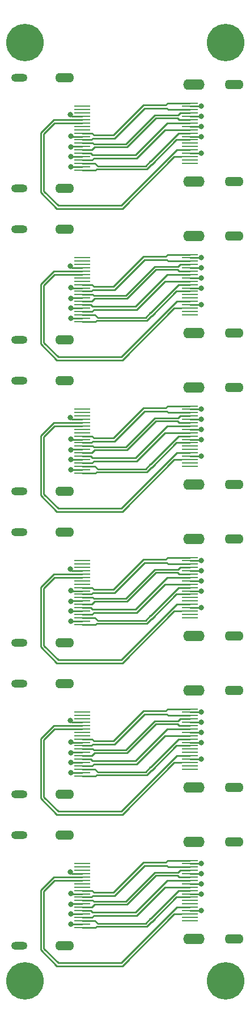
<source format=gbr>
%TF.GenerationSoftware,KiCad,Pcbnew,6.0.7-5.fc36*%
%TF.CreationDate,2022-09-30T16:01:04+01:00*%
%TF.ProjectId,pc070_aida_hdmi_dp,70633037-305f-4616-9964-615f68646d69,rev?*%
%TF.SameCoordinates,Original*%
%TF.FileFunction,Copper,L1,Top*%
%TF.FilePolarity,Positive*%
%FSLAX46Y46*%
G04 Gerber Fmt 4.6, Leading zero omitted, Abs format (unit mm)*
G04 Created by KiCad (PCBNEW 6.0.7-5.fc36) date 2022-09-30 16:01:04*
%MOMM*%
%LPD*%
G01*
G04 APERTURE LIST*
%TA.AperFunction,SMDPad,CuDef*%
%ADD10R,2.350000X0.280000*%
%TD*%
%TA.AperFunction,ComponentPad*%
%ADD11O,3.200000X1.600000*%
%TD*%
%TA.AperFunction,ComponentPad*%
%ADD12O,2.820000X1.410000*%
%TD*%
%TA.AperFunction,ComponentPad*%
%ADD13C,3.600000*%
%TD*%
%TA.AperFunction,ConnectorPad*%
%ADD14C,5.600000*%
%TD*%
%TA.AperFunction,SMDPad,CuDef*%
%ADD15R,2.400000X0.280000*%
%TD*%
%TA.AperFunction,ComponentPad*%
%ADD16O,2.800000X1.400000*%
%TD*%
%TA.AperFunction,ComponentPad*%
%ADD17O,2.400000X1.200000*%
%TD*%
%TA.AperFunction,ViaPad*%
%ADD18C,0.800000*%
%TD*%
%TA.AperFunction,Conductor*%
%ADD19C,0.250000*%
%TD*%
G04 APERTURE END LIST*
D10*
%TO.P,J6,01,01*%
%TO.N,/pc070_aida_hdmi_dp_single2/CLK*%
X99675000Y-99197000D03*
%TO.P,J6,02,02*%
%TO.N,GND*%
X99675000Y-99697000D03*
%TO.P,J6,03,03*%
%TO.N,/pc070_aida_hdmi_dp_single2/CLK\u002A*%
X99675000Y-100197000D03*
%TO.P,J6,04,04*%
%TO.N,/pc070_aida_hdmi_dp_single2/CONT*%
X99675000Y-100697000D03*
%TO.P,J6,05,05*%
%TO.N,GND*%
X99675000Y-101197000D03*
%TO.P,J6,06,06*%
%TO.N,/pc070_aida_hdmi_dp_single2/CONT\u002A*%
X99675000Y-101697000D03*
%TO.P,J6,07,07*%
%TO.N,/pc070_aida_hdmi_dp_single2/BUSY*%
X99675000Y-102197000D03*
%TO.P,J6,08,08*%
%TO.N,GND*%
X99675000Y-102697000D03*
%TO.P,J6,09,09*%
%TO.N,/pc070_aida_hdmi_dp_single2/BUSY\u002A*%
X99675000Y-103197000D03*
%TO.P,J6,10,10*%
%TO.N,/pc070_aida_hdmi_dp_single2/SPARE*%
X99675000Y-103697000D03*
%TO.P,J6,11,11*%
%TO.N,GND*%
X99675000Y-104197000D03*
%TO.P,J6,12,12*%
%TO.N,/pc070_aida_hdmi_dp_single2/SPARE\u002A*%
X99675000Y-104697000D03*
%TO.P,J6,13,13*%
%TO.N,unconnected-(J6-Pad13)*%
X99675000Y-105197000D03*
%TO.P,J6,14,14*%
%TO.N,unconnected-(J6-Pad14)*%
X99675000Y-105697000D03*
%TO.P,J6,15,15*%
%TO.N,/pc070_aida_hdmi_dp_single2/TRIG*%
X99675000Y-106197000D03*
%TO.P,J6,16,16*%
%TO.N,GND*%
X99675000Y-106697000D03*
%TO.P,J6,17,17*%
%TO.N,/pc070_aida_hdmi_dp_single2/TRIG\u002A*%
X99675000Y-107197000D03*
%TO.P,J6,18,18*%
%TO.N,unconnected-(J6-Pad18)*%
X99675000Y-107697000D03*
%TO.P,J6,19,19*%
%TO.N,unconnected-(J6-Pad19)*%
X99675000Y-108197000D03*
D11*
%TO.P,J6,S1,SHIELD*%
%TO.N,GND*%
X100300000Y-110947000D03*
%TO.P,J6,S2,SHIELD*%
X100300000Y-96447000D03*
D12*
%TO.P,J6,S3,SHIELD*%
X106260000Y-110947000D03*
%TO.P,J6,S4,SHIELD*%
X106260000Y-96447000D03*
%TD*%
D13*
%TO.P,H3,1,1*%
%TO.N,GND*%
X105000000Y-185000000D03*
D14*
X105000000Y-185000000D03*
%TD*%
%TO.P,H4,1,1*%
%TO.N,GND*%
X75000000Y-185000000D03*
D13*
X75000000Y-185000000D03*
%TD*%
D10*
%TO.P,J8,01,01*%
%TO.N,/pc070_aida_hdmi_dp_single5/CLK*%
X99675000Y-121803000D03*
%TO.P,J8,02,02*%
%TO.N,GND*%
X99675000Y-122303000D03*
%TO.P,J8,03,03*%
%TO.N,/pc070_aida_hdmi_dp_single5/CLK\u002A*%
X99675000Y-122803000D03*
%TO.P,J8,04,04*%
%TO.N,/pc070_aida_hdmi_dp_single5/CONT*%
X99675000Y-123303000D03*
%TO.P,J8,05,05*%
%TO.N,GND*%
X99675000Y-123803000D03*
%TO.P,J8,06,06*%
%TO.N,/pc070_aida_hdmi_dp_single5/CONT\u002A*%
X99675000Y-124303000D03*
%TO.P,J8,07,07*%
%TO.N,/pc070_aida_hdmi_dp_single5/BUSY*%
X99675000Y-124803000D03*
%TO.P,J8,08,08*%
%TO.N,GND*%
X99675000Y-125303000D03*
%TO.P,J8,09,09*%
%TO.N,/pc070_aida_hdmi_dp_single5/BUSY\u002A*%
X99675000Y-125803000D03*
%TO.P,J8,10,10*%
%TO.N,/pc070_aida_hdmi_dp_single5/SPARE*%
X99675000Y-126303000D03*
%TO.P,J8,11,11*%
%TO.N,GND*%
X99675000Y-126803000D03*
%TO.P,J8,12,12*%
%TO.N,/pc070_aida_hdmi_dp_single5/SPARE\u002A*%
X99675000Y-127303000D03*
%TO.P,J8,13,13*%
%TO.N,unconnected-(J8-Pad13)*%
X99675000Y-127803000D03*
%TO.P,J8,14,14*%
%TO.N,unconnected-(J8-Pad14)*%
X99675000Y-128303000D03*
%TO.P,J8,15,15*%
%TO.N,/pc070_aida_hdmi_dp_single5/TRIG*%
X99675000Y-128803000D03*
%TO.P,J8,16,16*%
%TO.N,GND*%
X99675000Y-129303000D03*
%TO.P,J8,17,17*%
%TO.N,/pc070_aida_hdmi_dp_single5/TRIG\u002A*%
X99675000Y-129803000D03*
%TO.P,J8,18,18*%
%TO.N,unconnected-(J8-Pad18)*%
X99675000Y-130303000D03*
%TO.P,J8,19,19*%
%TO.N,unconnected-(J8-Pad19)*%
X99675000Y-130803000D03*
D11*
%TO.P,J8,S1,SHIELD*%
%TO.N,GND*%
X100300000Y-133553000D03*
%TO.P,J8,S2,SHIELD*%
X100300000Y-119053000D03*
D12*
%TO.P,J8,S3,SHIELD*%
X106260000Y-133553000D03*
%TO.P,J8,S4,SHIELD*%
X106260000Y-119053000D03*
%TD*%
D15*
%TO.P,J7,1,1*%
%TO.N,/pc070_aida_hdmi_dp_single5/SPARE\u002A*%
X83560000Y-131803000D03*
%TO.P,J7,2,2*%
%TO.N,GND*%
X83560000Y-131303000D03*
%TO.P,J7,3,3*%
%TO.N,/pc070_aida_hdmi_dp_single5/SPARE*%
X83560000Y-130803000D03*
%TO.P,J7,4,4*%
%TO.N,/pc070_aida_hdmi_dp_single5/BUSY\u002A*%
X83560000Y-130303000D03*
%TO.P,J7,5,5*%
%TO.N,GND*%
X83560000Y-129803000D03*
%TO.P,J7,6,6*%
%TO.N,/pc070_aida_hdmi_dp_single5/BUSY*%
X83560000Y-129303000D03*
%TO.P,J7,7,7*%
%TO.N,/pc070_aida_hdmi_dp_single5/CONT\u002A*%
X83560000Y-128803000D03*
%TO.P,J7,8,8*%
%TO.N,GND*%
X83560000Y-128303000D03*
%TO.P,J7,9,9*%
%TO.N,/pc070_aida_hdmi_dp_single5/CONT*%
X83560000Y-127803000D03*
%TO.P,J7,10,10*%
%TO.N,/pc070_aida_hdmi_dp_single5/CLK\u002A*%
X83560000Y-127303000D03*
%TO.P,J7,11,11*%
%TO.N,GND*%
X83560000Y-126803000D03*
%TO.P,J7,12,12*%
%TO.N,/pc070_aida_hdmi_dp_single5/CLK*%
X83560000Y-126303000D03*
%TO.P,J7,13,13*%
%TO.N,unconnected-(J7-Pad13)*%
X83560000Y-125803000D03*
%TO.P,J7,14,14*%
%TO.N,unconnected-(J7-Pad14)*%
X83560000Y-125303000D03*
%TO.P,J7,15,15*%
%TO.N,/pc070_aida_hdmi_dp_single5/TRIG*%
X83560000Y-124803000D03*
%TO.P,J7,16,16*%
%TO.N,/pc070_aida_hdmi_dp_single5/TRIG\u002A*%
X83560000Y-124303000D03*
%TO.P,J7,17,17*%
%TO.N,GND*%
X83560000Y-123803000D03*
%TO.P,J7,18,18*%
%TO.N,unconnected-(J7-Pad18)*%
X83560000Y-123303000D03*
%TO.P,J7,19,19*%
%TO.N,unconnected-(J7-Pad19)*%
X83560000Y-122803000D03*
%TO.P,J7,20,20*%
%TO.N,unconnected-(J7-Pad20)*%
X83560000Y-122303000D03*
D16*
%TO.P,J7,S1,SHIELD*%
%TO.N,GND*%
X80960000Y-118053000D03*
%TO.P,J7,S2,SHIELD*%
X80960000Y-134553000D03*
D17*
%TO.P,J7,S3,SHIELD*%
X74180000Y-118053000D03*
%TO.P,J7,S4,SHIELD*%
X74180000Y-134553000D03*
%TD*%
D10*
%TO.P,J2,01,01*%
%TO.N,/pc070_aida_hdmi_dp_single/CLK*%
X99675000Y-53985000D03*
%TO.P,J2,02,02*%
%TO.N,GND*%
X99675000Y-54485000D03*
%TO.P,J2,03,03*%
%TO.N,/pc070_aida_hdmi_dp_single/CLK\u002A*%
X99675000Y-54985000D03*
%TO.P,J2,04,04*%
%TO.N,/pc070_aida_hdmi_dp_single/CONT*%
X99675000Y-55485000D03*
%TO.P,J2,05,05*%
%TO.N,GND*%
X99675000Y-55985000D03*
%TO.P,J2,06,06*%
%TO.N,/pc070_aida_hdmi_dp_single/CONT\u002A*%
X99675000Y-56485000D03*
%TO.P,J2,07,07*%
%TO.N,/pc070_aida_hdmi_dp_single/BUSY*%
X99675000Y-56985000D03*
%TO.P,J2,08,08*%
%TO.N,GND*%
X99675000Y-57485000D03*
%TO.P,J2,09,09*%
%TO.N,/pc070_aida_hdmi_dp_single/BUSY\u002A*%
X99675000Y-57985000D03*
%TO.P,J2,10,10*%
%TO.N,/pc070_aida_hdmi_dp_single/SPARE*%
X99675000Y-58485000D03*
%TO.P,J2,11,11*%
%TO.N,GND*%
X99675000Y-58985000D03*
%TO.P,J2,12,12*%
%TO.N,/pc070_aida_hdmi_dp_single/SPARE\u002A*%
X99675000Y-59485000D03*
%TO.P,J2,13,13*%
%TO.N,unconnected-(J2-Pad13)*%
X99675000Y-59985000D03*
%TO.P,J2,14,14*%
%TO.N,unconnected-(J2-Pad14)*%
X99675000Y-60485000D03*
%TO.P,J2,15,15*%
%TO.N,/pc070_aida_hdmi_dp_single/TRIG*%
X99675000Y-60985000D03*
%TO.P,J2,16,16*%
%TO.N,GND*%
X99675000Y-61485000D03*
%TO.P,J2,17,17*%
%TO.N,/pc070_aida_hdmi_dp_single/TRIG\u002A*%
X99675000Y-61985000D03*
%TO.P,J2,18,18*%
%TO.N,unconnected-(J2-Pad18)*%
X99675000Y-62485000D03*
%TO.P,J2,19,19*%
%TO.N,unconnected-(J2-Pad19)*%
X99675000Y-62985000D03*
D11*
%TO.P,J2,S1,SHIELD*%
%TO.N,GND*%
X100300000Y-65735000D03*
%TO.P,J2,S2,SHIELD*%
X100300000Y-51235000D03*
D12*
%TO.P,J2,S3,SHIELD*%
X106260000Y-65735000D03*
%TO.P,J2,S4,SHIELD*%
X106260000Y-51235000D03*
%TD*%
D13*
%TO.P,H2,1,1*%
%TO.N,GND*%
X105000000Y-45000000D03*
D14*
X105000000Y-45000000D03*
%TD*%
D15*
%TO.P,J9,1,1*%
%TO.N,/pc070_aida_hdmi_dp_single4/SPARE\u002A*%
X83560000Y-154409000D03*
%TO.P,J9,2,2*%
%TO.N,GND*%
X83560000Y-153909000D03*
%TO.P,J9,3,3*%
%TO.N,/pc070_aida_hdmi_dp_single4/SPARE*%
X83560000Y-153409000D03*
%TO.P,J9,4,4*%
%TO.N,/pc070_aida_hdmi_dp_single4/BUSY\u002A*%
X83560000Y-152909000D03*
%TO.P,J9,5,5*%
%TO.N,GND*%
X83560000Y-152409000D03*
%TO.P,J9,6,6*%
%TO.N,/pc070_aida_hdmi_dp_single4/BUSY*%
X83560000Y-151909000D03*
%TO.P,J9,7,7*%
%TO.N,/pc070_aida_hdmi_dp_single4/CONT\u002A*%
X83560000Y-151409000D03*
%TO.P,J9,8,8*%
%TO.N,GND*%
X83560000Y-150909000D03*
%TO.P,J9,9,9*%
%TO.N,/pc070_aida_hdmi_dp_single4/CONT*%
X83560000Y-150409000D03*
%TO.P,J9,10,10*%
%TO.N,/pc070_aida_hdmi_dp_single4/CLK\u002A*%
X83560000Y-149909000D03*
%TO.P,J9,11,11*%
%TO.N,GND*%
X83560000Y-149409000D03*
%TO.P,J9,12,12*%
%TO.N,/pc070_aida_hdmi_dp_single4/CLK*%
X83560000Y-148909000D03*
%TO.P,J9,13,13*%
%TO.N,unconnected-(J9-Pad13)*%
X83560000Y-148409000D03*
%TO.P,J9,14,14*%
%TO.N,unconnected-(J9-Pad14)*%
X83560000Y-147909000D03*
%TO.P,J9,15,15*%
%TO.N,/pc070_aida_hdmi_dp_single4/TRIG*%
X83560000Y-147409000D03*
%TO.P,J9,16,16*%
%TO.N,/pc070_aida_hdmi_dp_single4/TRIG\u002A*%
X83560000Y-146909000D03*
%TO.P,J9,17,17*%
%TO.N,GND*%
X83560000Y-146409000D03*
%TO.P,J9,18,18*%
%TO.N,unconnected-(J9-Pad18)*%
X83560000Y-145909000D03*
%TO.P,J9,19,19*%
%TO.N,unconnected-(J9-Pad19)*%
X83560000Y-145409000D03*
%TO.P,J9,20,20*%
%TO.N,unconnected-(J9-Pad20)*%
X83560000Y-144909000D03*
D16*
%TO.P,J9,S1,SHIELD*%
%TO.N,GND*%
X80960000Y-140659000D03*
%TO.P,J9,S2,SHIELD*%
X80960000Y-157159000D03*
D17*
%TO.P,J9,S3,SHIELD*%
X74180000Y-140659000D03*
%TO.P,J9,S4,SHIELD*%
X74180000Y-157159000D03*
%TD*%
D13*
%TO.P,H1,1,1*%
%TO.N,GND*%
X75000000Y-45000000D03*
D14*
X75000000Y-45000000D03*
%TD*%
D10*
%TO.P,J4,01,01*%
%TO.N,/pc070_aida_hdmi_dp_single1/CLK*%
X99675000Y-76591000D03*
%TO.P,J4,02,02*%
%TO.N,GND*%
X99675000Y-77091000D03*
%TO.P,J4,03,03*%
%TO.N,/pc070_aida_hdmi_dp_single1/CLK\u002A*%
X99675000Y-77591000D03*
%TO.P,J4,04,04*%
%TO.N,/pc070_aida_hdmi_dp_single1/CONT*%
X99675000Y-78091000D03*
%TO.P,J4,05,05*%
%TO.N,GND*%
X99675000Y-78591000D03*
%TO.P,J4,06,06*%
%TO.N,/pc070_aida_hdmi_dp_single1/CONT\u002A*%
X99675000Y-79091000D03*
%TO.P,J4,07,07*%
%TO.N,/pc070_aida_hdmi_dp_single1/BUSY*%
X99675000Y-79591000D03*
%TO.P,J4,08,08*%
%TO.N,GND*%
X99675000Y-80091000D03*
%TO.P,J4,09,09*%
%TO.N,/pc070_aida_hdmi_dp_single1/BUSY\u002A*%
X99675000Y-80591000D03*
%TO.P,J4,10,10*%
%TO.N,/pc070_aida_hdmi_dp_single1/SPARE*%
X99675000Y-81091000D03*
%TO.P,J4,11,11*%
%TO.N,GND*%
X99675000Y-81591000D03*
%TO.P,J4,12,12*%
%TO.N,/pc070_aida_hdmi_dp_single1/SPARE\u002A*%
X99675000Y-82091000D03*
%TO.P,J4,13,13*%
%TO.N,unconnected-(J4-Pad13)*%
X99675000Y-82591000D03*
%TO.P,J4,14,14*%
%TO.N,unconnected-(J4-Pad14)*%
X99675000Y-83091000D03*
%TO.P,J4,15,15*%
%TO.N,/pc070_aida_hdmi_dp_single1/TRIG*%
X99675000Y-83591000D03*
%TO.P,J4,16,16*%
%TO.N,GND*%
X99675000Y-84091000D03*
%TO.P,J4,17,17*%
%TO.N,/pc070_aida_hdmi_dp_single1/TRIG\u002A*%
X99675000Y-84591000D03*
%TO.P,J4,18,18*%
%TO.N,unconnected-(J4-Pad18)*%
X99675000Y-85091000D03*
%TO.P,J4,19,19*%
%TO.N,unconnected-(J4-Pad19)*%
X99675000Y-85591000D03*
D11*
%TO.P,J4,S1,SHIELD*%
%TO.N,GND*%
X100300000Y-88341000D03*
%TO.P,J4,S2,SHIELD*%
X100300000Y-73841000D03*
D12*
%TO.P,J4,S3,SHIELD*%
X106260000Y-88341000D03*
%TO.P,J4,S4,SHIELD*%
X106260000Y-73841000D03*
%TD*%
D10*
%TO.P,J10,01,01*%
%TO.N,/pc070_aida_hdmi_dp_single4/CLK*%
X99675000Y-144409000D03*
%TO.P,J10,02,02*%
%TO.N,GND*%
X99675000Y-144909000D03*
%TO.P,J10,03,03*%
%TO.N,/pc070_aida_hdmi_dp_single4/CLK\u002A*%
X99675000Y-145409000D03*
%TO.P,J10,04,04*%
%TO.N,/pc070_aida_hdmi_dp_single4/CONT*%
X99675000Y-145909000D03*
%TO.P,J10,05,05*%
%TO.N,GND*%
X99675000Y-146409000D03*
%TO.P,J10,06,06*%
%TO.N,/pc070_aida_hdmi_dp_single4/CONT\u002A*%
X99675000Y-146909000D03*
%TO.P,J10,07,07*%
%TO.N,/pc070_aida_hdmi_dp_single4/BUSY*%
X99675000Y-147409000D03*
%TO.P,J10,08,08*%
%TO.N,GND*%
X99675000Y-147909000D03*
%TO.P,J10,09,09*%
%TO.N,/pc070_aida_hdmi_dp_single4/BUSY\u002A*%
X99675000Y-148409000D03*
%TO.P,J10,10,10*%
%TO.N,/pc070_aida_hdmi_dp_single4/SPARE*%
X99675000Y-148909000D03*
%TO.P,J10,11,11*%
%TO.N,GND*%
X99675000Y-149409000D03*
%TO.P,J10,12,12*%
%TO.N,/pc070_aida_hdmi_dp_single4/SPARE\u002A*%
X99675000Y-149909000D03*
%TO.P,J10,13,13*%
%TO.N,unconnected-(J10-Pad13)*%
X99675000Y-150409000D03*
%TO.P,J10,14,14*%
%TO.N,unconnected-(J10-Pad14)*%
X99675000Y-150909000D03*
%TO.P,J10,15,15*%
%TO.N,/pc070_aida_hdmi_dp_single4/TRIG*%
X99675000Y-151409000D03*
%TO.P,J10,16,16*%
%TO.N,GND*%
X99675000Y-151909000D03*
%TO.P,J10,17,17*%
%TO.N,/pc070_aida_hdmi_dp_single4/TRIG\u002A*%
X99675000Y-152409000D03*
%TO.P,J10,18,18*%
%TO.N,unconnected-(J10-Pad18)*%
X99675000Y-152909000D03*
%TO.P,J10,19,19*%
%TO.N,unconnected-(J10-Pad19)*%
X99675000Y-153409000D03*
D11*
%TO.P,J10,S1,SHIELD*%
%TO.N,GND*%
X100300000Y-156159000D03*
%TO.P,J10,S2,SHIELD*%
X100300000Y-141659000D03*
D12*
%TO.P,J10,S3,SHIELD*%
X106260000Y-156159000D03*
%TO.P,J10,S4,SHIELD*%
X106260000Y-141659000D03*
%TD*%
D10*
%TO.P,J12,01,01*%
%TO.N,/pc070_aida_hdmi_dp_single3/CLK*%
X99675000Y-167015000D03*
%TO.P,J12,02,02*%
%TO.N,GND*%
X99675000Y-167515000D03*
%TO.P,J12,03,03*%
%TO.N,/pc070_aida_hdmi_dp_single3/CLK\u002A*%
X99675000Y-168015000D03*
%TO.P,J12,04,04*%
%TO.N,/pc070_aida_hdmi_dp_single3/CONT*%
X99675000Y-168515000D03*
%TO.P,J12,05,05*%
%TO.N,GND*%
X99675000Y-169015000D03*
%TO.P,J12,06,06*%
%TO.N,/pc070_aida_hdmi_dp_single3/CONT\u002A*%
X99675000Y-169515000D03*
%TO.P,J12,07,07*%
%TO.N,/pc070_aida_hdmi_dp_single3/BUSY*%
X99675000Y-170015000D03*
%TO.P,J12,08,08*%
%TO.N,GND*%
X99675000Y-170515000D03*
%TO.P,J12,09,09*%
%TO.N,/pc070_aida_hdmi_dp_single3/BUSY\u002A*%
X99675000Y-171015000D03*
%TO.P,J12,10,10*%
%TO.N,/pc070_aida_hdmi_dp_single3/SPARE*%
X99675000Y-171515000D03*
%TO.P,J12,11,11*%
%TO.N,GND*%
X99675000Y-172015000D03*
%TO.P,J12,12,12*%
%TO.N,/pc070_aida_hdmi_dp_single3/SPARE\u002A*%
X99675000Y-172515000D03*
%TO.P,J12,13,13*%
%TO.N,unconnected-(J12-Pad13)*%
X99675000Y-173015000D03*
%TO.P,J12,14,14*%
%TO.N,unconnected-(J12-Pad14)*%
X99675000Y-173515000D03*
%TO.P,J12,15,15*%
%TO.N,/pc070_aida_hdmi_dp_single3/TRIG*%
X99675000Y-174015000D03*
%TO.P,J12,16,16*%
%TO.N,GND*%
X99675000Y-174515000D03*
%TO.P,J12,17,17*%
%TO.N,/pc070_aida_hdmi_dp_single3/TRIG\u002A*%
X99675000Y-175015000D03*
%TO.P,J12,18,18*%
%TO.N,unconnected-(J12-Pad18)*%
X99675000Y-175515000D03*
%TO.P,J12,19,19*%
%TO.N,unconnected-(J12-Pad19)*%
X99675000Y-176015000D03*
D11*
%TO.P,J12,S1,SHIELD*%
%TO.N,GND*%
X100300000Y-178765000D03*
%TO.P,J12,S2,SHIELD*%
X100300000Y-164265000D03*
D12*
%TO.P,J12,S3,SHIELD*%
X106260000Y-178765000D03*
%TO.P,J12,S4,SHIELD*%
X106260000Y-164265000D03*
%TD*%
D15*
%TO.P,J1,1,1*%
%TO.N,/pc070_aida_hdmi_dp_single/SPARE\u002A*%
X83560000Y-63985000D03*
%TO.P,J1,2,2*%
%TO.N,GND*%
X83560000Y-63485000D03*
%TO.P,J1,3,3*%
%TO.N,/pc070_aida_hdmi_dp_single/SPARE*%
X83560000Y-62985000D03*
%TO.P,J1,4,4*%
%TO.N,/pc070_aida_hdmi_dp_single/BUSY\u002A*%
X83560000Y-62485000D03*
%TO.P,J1,5,5*%
%TO.N,GND*%
X83560000Y-61985000D03*
%TO.P,J1,6,6*%
%TO.N,/pc070_aida_hdmi_dp_single/BUSY*%
X83560000Y-61485000D03*
%TO.P,J1,7,7*%
%TO.N,/pc070_aida_hdmi_dp_single/CONT\u002A*%
X83560000Y-60985000D03*
%TO.P,J1,8,8*%
%TO.N,GND*%
X83560000Y-60485000D03*
%TO.P,J1,9,9*%
%TO.N,/pc070_aida_hdmi_dp_single/CONT*%
X83560000Y-59985000D03*
%TO.P,J1,10,10*%
%TO.N,/pc070_aida_hdmi_dp_single/CLK\u002A*%
X83560000Y-59485000D03*
%TO.P,J1,11,11*%
%TO.N,GND*%
X83560000Y-58985000D03*
%TO.P,J1,12,12*%
%TO.N,/pc070_aida_hdmi_dp_single/CLK*%
X83560000Y-58485000D03*
%TO.P,J1,13,13*%
%TO.N,unconnected-(J1-Pad13)*%
X83560000Y-57985000D03*
%TO.P,J1,14,14*%
%TO.N,unconnected-(J1-Pad14)*%
X83560000Y-57485000D03*
%TO.P,J1,15,15*%
%TO.N,/pc070_aida_hdmi_dp_single/TRIG*%
X83560000Y-56985000D03*
%TO.P,J1,16,16*%
%TO.N,/pc070_aida_hdmi_dp_single/TRIG\u002A*%
X83560000Y-56485000D03*
%TO.P,J1,17,17*%
%TO.N,GND*%
X83560000Y-55985000D03*
%TO.P,J1,18,18*%
%TO.N,unconnected-(J1-Pad18)*%
X83560000Y-55485000D03*
%TO.P,J1,19,19*%
%TO.N,unconnected-(J1-Pad19)*%
X83560000Y-54985000D03*
%TO.P,J1,20,20*%
%TO.N,unconnected-(J1-Pad20)*%
X83560000Y-54485000D03*
D16*
%TO.P,J1,S1,SHIELD*%
%TO.N,GND*%
X80960000Y-50235000D03*
%TO.P,J1,S2,SHIELD*%
X80960000Y-66735000D03*
D17*
%TO.P,J1,S3,SHIELD*%
X74180000Y-50235000D03*
%TO.P,J1,S4,SHIELD*%
X74180000Y-66735000D03*
%TD*%
D15*
%TO.P,J3,1,1*%
%TO.N,/pc070_aida_hdmi_dp_single1/SPARE\u002A*%
X83560000Y-86591000D03*
%TO.P,J3,2,2*%
%TO.N,GND*%
X83560000Y-86091000D03*
%TO.P,J3,3,3*%
%TO.N,/pc070_aida_hdmi_dp_single1/SPARE*%
X83560000Y-85591000D03*
%TO.P,J3,4,4*%
%TO.N,/pc070_aida_hdmi_dp_single1/BUSY\u002A*%
X83560000Y-85091000D03*
%TO.P,J3,5,5*%
%TO.N,GND*%
X83560000Y-84591000D03*
%TO.P,J3,6,6*%
%TO.N,/pc070_aida_hdmi_dp_single1/BUSY*%
X83560000Y-84091000D03*
%TO.P,J3,7,7*%
%TO.N,/pc070_aida_hdmi_dp_single1/CONT\u002A*%
X83560000Y-83591000D03*
%TO.P,J3,8,8*%
%TO.N,GND*%
X83560000Y-83091000D03*
%TO.P,J3,9,9*%
%TO.N,/pc070_aida_hdmi_dp_single1/CONT*%
X83560000Y-82591000D03*
%TO.P,J3,10,10*%
%TO.N,/pc070_aida_hdmi_dp_single1/CLK\u002A*%
X83560000Y-82091000D03*
%TO.P,J3,11,11*%
%TO.N,GND*%
X83560000Y-81591000D03*
%TO.P,J3,12,12*%
%TO.N,/pc070_aida_hdmi_dp_single1/CLK*%
X83560000Y-81091000D03*
%TO.P,J3,13,13*%
%TO.N,unconnected-(J3-Pad13)*%
X83560000Y-80591000D03*
%TO.P,J3,14,14*%
%TO.N,unconnected-(J3-Pad14)*%
X83560000Y-80091000D03*
%TO.P,J3,15,15*%
%TO.N,/pc070_aida_hdmi_dp_single1/TRIG*%
X83560000Y-79591000D03*
%TO.P,J3,16,16*%
%TO.N,/pc070_aida_hdmi_dp_single1/TRIG\u002A*%
X83560000Y-79091000D03*
%TO.P,J3,17,17*%
%TO.N,GND*%
X83560000Y-78591000D03*
%TO.P,J3,18,18*%
%TO.N,unconnected-(J3-Pad18)*%
X83560000Y-78091000D03*
%TO.P,J3,19,19*%
%TO.N,unconnected-(J3-Pad19)*%
X83560000Y-77591000D03*
%TO.P,J3,20,20*%
%TO.N,unconnected-(J3-Pad20)*%
X83560000Y-77091000D03*
D16*
%TO.P,J3,S1,SHIELD*%
%TO.N,GND*%
X80960000Y-72841000D03*
%TO.P,J3,S2,SHIELD*%
X80960000Y-89341000D03*
D17*
%TO.P,J3,S3,SHIELD*%
X74180000Y-72841000D03*
%TO.P,J3,S4,SHIELD*%
X74180000Y-89341000D03*
%TD*%
D15*
%TO.P,J5,1,1*%
%TO.N,/pc070_aida_hdmi_dp_single2/SPARE\u002A*%
X83560000Y-109197000D03*
%TO.P,J5,2,2*%
%TO.N,GND*%
X83560000Y-108697000D03*
%TO.P,J5,3,3*%
%TO.N,/pc070_aida_hdmi_dp_single2/SPARE*%
X83560000Y-108197000D03*
%TO.P,J5,4,4*%
%TO.N,/pc070_aida_hdmi_dp_single2/BUSY\u002A*%
X83560000Y-107697000D03*
%TO.P,J5,5,5*%
%TO.N,GND*%
X83560000Y-107197000D03*
%TO.P,J5,6,6*%
%TO.N,/pc070_aida_hdmi_dp_single2/BUSY*%
X83560000Y-106697000D03*
%TO.P,J5,7,7*%
%TO.N,/pc070_aida_hdmi_dp_single2/CONT\u002A*%
X83560000Y-106197000D03*
%TO.P,J5,8,8*%
%TO.N,GND*%
X83560000Y-105697000D03*
%TO.P,J5,9,9*%
%TO.N,/pc070_aida_hdmi_dp_single2/CONT*%
X83560000Y-105197000D03*
%TO.P,J5,10,10*%
%TO.N,/pc070_aida_hdmi_dp_single2/CLK\u002A*%
X83560000Y-104697000D03*
%TO.P,J5,11,11*%
%TO.N,GND*%
X83560000Y-104197000D03*
%TO.P,J5,12,12*%
%TO.N,/pc070_aida_hdmi_dp_single2/CLK*%
X83560000Y-103697000D03*
%TO.P,J5,13,13*%
%TO.N,unconnected-(J5-Pad13)*%
X83560000Y-103197000D03*
%TO.P,J5,14,14*%
%TO.N,unconnected-(J5-Pad14)*%
X83560000Y-102697000D03*
%TO.P,J5,15,15*%
%TO.N,/pc070_aida_hdmi_dp_single2/TRIG*%
X83560000Y-102197000D03*
%TO.P,J5,16,16*%
%TO.N,/pc070_aida_hdmi_dp_single2/TRIG\u002A*%
X83560000Y-101697000D03*
%TO.P,J5,17,17*%
%TO.N,GND*%
X83560000Y-101197000D03*
%TO.P,J5,18,18*%
%TO.N,unconnected-(J5-Pad18)*%
X83560000Y-100697000D03*
%TO.P,J5,19,19*%
%TO.N,unconnected-(J5-Pad19)*%
X83560000Y-100197000D03*
%TO.P,J5,20,20*%
%TO.N,unconnected-(J5-Pad20)*%
X83560000Y-99697000D03*
D16*
%TO.P,J5,S1,SHIELD*%
%TO.N,GND*%
X80960000Y-95447000D03*
%TO.P,J5,S2,SHIELD*%
X80960000Y-111947000D03*
D17*
%TO.P,J5,S3,SHIELD*%
X74180000Y-95447000D03*
%TO.P,J5,S4,SHIELD*%
X74180000Y-111947000D03*
%TD*%
D15*
%TO.P,J11,1,1*%
%TO.N,/pc070_aida_hdmi_dp_single3/SPARE\u002A*%
X83560000Y-177015000D03*
%TO.P,J11,2,2*%
%TO.N,GND*%
X83560000Y-176515000D03*
%TO.P,J11,3,3*%
%TO.N,/pc070_aida_hdmi_dp_single3/SPARE*%
X83560000Y-176015000D03*
%TO.P,J11,4,4*%
%TO.N,/pc070_aida_hdmi_dp_single3/BUSY\u002A*%
X83560000Y-175515000D03*
%TO.P,J11,5,5*%
%TO.N,GND*%
X83560000Y-175015000D03*
%TO.P,J11,6,6*%
%TO.N,/pc070_aida_hdmi_dp_single3/BUSY*%
X83560000Y-174515000D03*
%TO.P,J11,7,7*%
%TO.N,/pc070_aida_hdmi_dp_single3/CONT\u002A*%
X83560000Y-174015000D03*
%TO.P,J11,8,8*%
%TO.N,GND*%
X83560000Y-173515000D03*
%TO.P,J11,9,9*%
%TO.N,/pc070_aida_hdmi_dp_single3/CONT*%
X83560000Y-173015000D03*
%TO.P,J11,10,10*%
%TO.N,/pc070_aida_hdmi_dp_single3/CLK\u002A*%
X83560000Y-172515000D03*
%TO.P,J11,11,11*%
%TO.N,GND*%
X83560000Y-172015000D03*
%TO.P,J11,12,12*%
%TO.N,/pc070_aida_hdmi_dp_single3/CLK*%
X83560000Y-171515000D03*
%TO.P,J11,13,13*%
%TO.N,unconnected-(J11-Pad13)*%
X83560000Y-171015000D03*
%TO.P,J11,14,14*%
%TO.N,unconnected-(J11-Pad14)*%
X83560000Y-170515000D03*
%TO.P,J11,15,15*%
%TO.N,/pc070_aida_hdmi_dp_single3/TRIG*%
X83560000Y-170015000D03*
%TO.P,J11,16,16*%
%TO.N,/pc070_aida_hdmi_dp_single3/TRIG\u002A*%
X83560000Y-169515000D03*
%TO.P,J11,17,17*%
%TO.N,GND*%
X83560000Y-169015000D03*
%TO.P,J11,18,18*%
%TO.N,unconnected-(J11-Pad18)*%
X83560000Y-168515000D03*
%TO.P,J11,19,19*%
%TO.N,unconnected-(J11-Pad19)*%
X83560000Y-168015000D03*
%TO.P,J11,20,20*%
%TO.N,unconnected-(J11-Pad20)*%
X83560000Y-167515000D03*
D16*
%TO.P,J11,S1,SHIELD*%
%TO.N,GND*%
X80960000Y-163265000D03*
%TO.P,J11,S2,SHIELD*%
X80960000Y-179765000D03*
D17*
%TO.P,J11,S3,SHIELD*%
X74180000Y-163265000D03*
%TO.P,J11,S4,SHIELD*%
X74180000Y-179765000D03*
%TD*%
D18*
%TO.N,GND*%
X81863782Y-128326593D03*
X101343316Y-122283648D03*
X81870174Y-129788648D03*
X101334707Y-125295789D03*
X81768312Y-123539471D03*
X101340978Y-123787010D03*
X101333441Y-126808477D03*
X81878041Y-131299536D03*
X81873021Y-126792647D03*
X101333027Y-129298087D03*
X81863782Y-150932593D03*
X101343316Y-144889648D03*
X81870174Y-152394648D03*
X101334707Y-147901789D03*
X81768312Y-146145471D03*
X101340978Y-146393010D03*
X101333441Y-149414477D03*
X81878041Y-153905536D03*
X81873021Y-149398647D03*
X101333027Y-151904087D03*
X81863782Y-173538593D03*
X101343316Y-167495648D03*
X81870174Y-175000648D03*
X101334707Y-170507789D03*
X81768312Y-168751471D03*
X101340978Y-168999010D03*
X101333441Y-172020477D03*
X81878041Y-176511536D03*
X81873021Y-172004647D03*
X101333027Y-174510087D03*
X81863782Y-105720593D03*
X101343316Y-99677648D03*
X81870174Y-107182648D03*
X101334707Y-102689789D03*
X81768312Y-100933471D03*
X101340978Y-101181010D03*
X101333441Y-104202477D03*
X81878041Y-108693536D03*
X81873021Y-104186647D03*
X101333027Y-106692087D03*
X81863782Y-83114593D03*
X101343316Y-77071648D03*
X81870174Y-84576648D03*
X101334707Y-80083789D03*
X81768312Y-78327471D03*
X101340978Y-78575010D03*
X101333441Y-81596477D03*
X81878041Y-86087536D03*
X81873021Y-81580647D03*
X101333027Y-84086087D03*
X101333027Y-61480087D03*
X81873021Y-58974647D03*
X81878041Y-63481536D03*
X101333441Y-58990477D03*
X101340978Y-55969010D03*
X81768312Y-55721471D03*
X101334707Y-57477789D03*
X81870174Y-61970648D03*
X101343316Y-54465648D03*
X81863782Y-60508593D03*
%TD*%
D19*
%TO.N,/pc070_aida_hdmi_dp_single5/CLK*%
X85049022Y-126303000D02*
X85364502Y-126618480D01*
X88200480Y-126617520D02*
X92700000Y-122118000D01*
X96050000Y-122118000D02*
X96335000Y-121833000D01*
X96335000Y-121803000D02*
X99675000Y-121803000D01*
X83560000Y-126303000D02*
X85049022Y-126303000D01*
X96335000Y-121833000D02*
X96335000Y-121803000D01*
X85364502Y-126618480D02*
X88200480Y-126618480D01*
X92700000Y-122118000D02*
X96050000Y-122118000D01*
X88200480Y-126618480D02*
X88200480Y-126617520D01*
%TO.N,/pc070_aida_hdmi_dp_single5/CLK\u002A*%
X88650480Y-126804876D02*
X88650480Y-126803916D01*
X88386876Y-127068480D02*
X88650480Y-126804876D01*
X96421396Y-122803000D02*
X99675000Y-122803000D01*
X88650480Y-126803916D02*
X92886396Y-122568000D01*
X84943586Y-127303000D02*
X85178106Y-127068480D01*
X83560000Y-127303000D02*
X84943586Y-127303000D01*
X92886396Y-122568000D02*
X96186396Y-122568000D01*
X96186396Y-122568000D02*
X96421396Y-122803000D01*
X85178106Y-127068480D02*
X88386876Y-127068480D01*
%TO.N,/pc070_aida_hdmi_dp_single5/CONT*%
X94438604Y-123593000D02*
X97925489Y-123593000D01*
X90099520Y-127918480D02*
X91013604Y-127004396D01*
X85297825Y-127918480D02*
X90099520Y-127918480D01*
X91013604Y-127004396D02*
X91027208Y-127004396D01*
X85182345Y-127803000D02*
X85297825Y-127918480D01*
X98215489Y-123303000D02*
X99675000Y-123303000D01*
X91027208Y-127004396D02*
X94438604Y-123593000D01*
X97925489Y-123593000D02*
X98215489Y-123303000D01*
X83560000Y-127803000D02*
X85182345Y-127803000D01*
%TO.N,/pc070_aida_hdmi_dp_single5/CONT\u002A*%
X83560000Y-128803000D02*
X85049022Y-128803000D01*
X97800000Y-124043000D02*
X98060000Y-124303000D01*
X91200000Y-127454396D02*
X91213604Y-127454396D01*
X98060000Y-124303000D02*
X99675000Y-124303000D01*
X90286396Y-128368000D02*
X91200000Y-127454396D01*
X85484022Y-128368000D02*
X90286396Y-128368000D01*
X85049022Y-128803000D02*
X85484022Y-128368000D01*
X94625000Y-124043000D02*
X97800000Y-124043000D01*
X91213604Y-127454396D02*
X94625000Y-124043000D01*
%TO.N,/pc070_aida_hdmi_dp_single5/BUSY*%
X96303990Y-124803000D02*
X99675000Y-124803000D01*
X85147825Y-129568480D02*
X91538510Y-129568480D01*
X83560000Y-129303000D02*
X84882345Y-129303000D01*
X91538510Y-129568480D02*
X96303990Y-124803000D01*
X84882345Y-129303000D02*
X85147825Y-129568480D01*
%TO.N,/pc070_aida_hdmi_dp_single5/BUSY\u002A*%
X95940386Y-125803000D02*
X99675000Y-125803000D01*
X83560000Y-130303000D02*
X85049022Y-130303000D01*
X85049022Y-130303000D02*
X85334022Y-130018000D01*
X85334022Y-130018000D02*
X91725386Y-130018000D01*
X91725386Y-130018000D02*
X95940386Y-125803000D01*
%TO.N,/pc070_aida_hdmi_dp_single5/SPARE*%
X93038604Y-131243000D02*
X93763604Y-130518000D01*
X85925000Y-131243000D02*
X93038604Y-131243000D01*
X83560000Y-130803000D02*
X85485000Y-130803000D01*
X93788604Y-130518000D02*
X98003604Y-126303000D01*
X98003604Y-126303000D02*
X99675000Y-126303000D01*
X93763604Y-130518000D02*
X93788604Y-130518000D01*
X85485000Y-130803000D02*
X85925000Y-131243000D01*
%TO.N,/pc070_aida_hdmi_dp_single5/SPARE\u002A*%
X93975000Y-130968000D02*
X93950000Y-130968000D01*
X93950000Y-130968000D02*
X93225000Y-131693000D01*
X85590000Y-131803000D02*
X83560000Y-131803000D01*
X97640000Y-127303000D02*
X93975000Y-130968000D01*
X93225000Y-131693000D02*
X85700000Y-131693000D01*
X99675000Y-127303000D02*
X97640000Y-127303000D01*
X85700000Y-131693000D02*
X85590000Y-131803000D01*
%TO.N,/pc070_aida_hdmi_dp_single5/TRIG*%
X83560000Y-124803000D02*
X79451396Y-124803000D01*
X77850000Y-126404396D02*
X77850000Y-134968000D01*
X79451396Y-124803000D02*
X77850000Y-126404396D01*
X97715000Y-128803000D02*
X99675000Y-128803000D01*
X77850000Y-134968000D02*
X80000000Y-137118000D01*
X89400000Y-137118000D02*
X97715000Y-128803000D01*
X80000000Y-137118000D02*
X89400000Y-137118000D01*
%TO.N,/pc070_aida_hdmi_dp_single5/TRIG\u002A*%
X89586396Y-137568000D02*
X97311396Y-129843000D01*
X79315000Y-124303000D02*
X77400000Y-126218000D01*
X83560000Y-124303000D02*
X79315000Y-124303000D01*
X97311396Y-129843000D02*
X98425000Y-129843000D01*
X77400000Y-135154396D02*
X79813604Y-137568000D01*
X77400000Y-126218000D02*
X77400000Y-135154396D01*
X79813604Y-137568000D02*
X89586396Y-137568000D01*
%TO.N,GND*%
X81768312Y-123539471D02*
X82031841Y-123803000D01*
X99675000Y-122303000D02*
X101323964Y-122303000D01*
X82031841Y-123803000D02*
X83560000Y-123803000D01*
X101324988Y-123803000D02*
X101340978Y-123787010D01*
X99675000Y-126803000D02*
X101327964Y-126803000D01*
X81884526Y-129803000D02*
X81870174Y-129788648D01*
X101327496Y-125303000D02*
X101334707Y-125295789D01*
X101323964Y-122303000D02*
X101343316Y-122283648D01*
X81881505Y-131303000D02*
X81878041Y-131299536D01*
X101328114Y-129303000D02*
X101333027Y-129298087D01*
X81883374Y-126803000D02*
X81873021Y-126792647D01*
X101327964Y-126803000D02*
X101333441Y-126808477D01*
X99675000Y-123803000D02*
X101324988Y-123803000D01*
X99675000Y-125303000D02*
X101327496Y-125303000D01*
X81887375Y-128303000D02*
X81863782Y-128326593D01*
X83560000Y-126803000D02*
X81883374Y-126803000D01*
X83560000Y-131303000D02*
X81881505Y-131303000D01*
X99675000Y-129303000D02*
X101328114Y-129303000D01*
X83560000Y-129803000D02*
X81884526Y-129803000D01*
X83560000Y-128303000D02*
X81887375Y-128303000D01*
%TO.N,/pc070_aida_hdmi_dp_single4/CLK*%
X85049022Y-148909000D02*
X85364502Y-149224480D01*
X88200480Y-149223520D02*
X92700000Y-144724000D01*
X96050000Y-144724000D02*
X96335000Y-144439000D01*
X96335000Y-144409000D02*
X99675000Y-144409000D01*
X83560000Y-148909000D02*
X85049022Y-148909000D01*
X96335000Y-144439000D02*
X96335000Y-144409000D01*
X85364502Y-149224480D02*
X88200480Y-149224480D01*
X92700000Y-144724000D02*
X96050000Y-144724000D01*
X88200480Y-149224480D02*
X88200480Y-149223520D01*
%TO.N,/pc070_aida_hdmi_dp_single4/CLK\u002A*%
X88650480Y-149410876D02*
X88650480Y-149409916D01*
X88386876Y-149674480D02*
X88650480Y-149410876D01*
X96421396Y-145409000D02*
X99675000Y-145409000D01*
X88650480Y-149409916D02*
X92886396Y-145174000D01*
X84943586Y-149909000D02*
X85178106Y-149674480D01*
X83560000Y-149909000D02*
X84943586Y-149909000D01*
X92886396Y-145174000D02*
X96186396Y-145174000D01*
X96186396Y-145174000D02*
X96421396Y-145409000D01*
X85178106Y-149674480D02*
X88386876Y-149674480D01*
%TO.N,/pc070_aida_hdmi_dp_single4/CONT*%
X94438604Y-146199000D02*
X97925489Y-146199000D01*
X90099520Y-150524480D02*
X91013604Y-149610396D01*
X85297825Y-150524480D02*
X90099520Y-150524480D01*
X91013604Y-149610396D02*
X91027208Y-149610396D01*
X85182345Y-150409000D02*
X85297825Y-150524480D01*
X98215489Y-145909000D02*
X99675000Y-145909000D01*
X91027208Y-149610396D02*
X94438604Y-146199000D01*
X97925489Y-146199000D02*
X98215489Y-145909000D01*
X83560000Y-150409000D02*
X85182345Y-150409000D01*
%TO.N,/pc070_aida_hdmi_dp_single4/CONT\u002A*%
X83560000Y-151409000D02*
X85049022Y-151409000D01*
X97800000Y-146649000D02*
X98060000Y-146909000D01*
X91200000Y-150060396D02*
X91213604Y-150060396D01*
X98060000Y-146909000D02*
X99675000Y-146909000D01*
X90286396Y-150974000D02*
X91200000Y-150060396D01*
X85484022Y-150974000D02*
X90286396Y-150974000D01*
X85049022Y-151409000D02*
X85484022Y-150974000D01*
X94625000Y-146649000D02*
X97800000Y-146649000D01*
X91213604Y-150060396D02*
X94625000Y-146649000D01*
%TO.N,/pc070_aida_hdmi_dp_single4/BUSY*%
X96303990Y-147409000D02*
X99675000Y-147409000D01*
X85147825Y-152174480D02*
X91538510Y-152174480D01*
X83560000Y-151909000D02*
X84882345Y-151909000D01*
X91538510Y-152174480D02*
X96303990Y-147409000D01*
X84882345Y-151909000D02*
X85147825Y-152174480D01*
%TO.N,/pc070_aida_hdmi_dp_single4/BUSY\u002A*%
X95940386Y-148409000D02*
X99675000Y-148409000D01*
X83560000Y-152909000D02*
X85049022Y-152909000D01*
X85049022Y-152909000D02*
X85334022Y-152624000D01*
X85334022Y-152624000D02*
X91725386Y-152624000D01*
X91725386Y-152624000D02*
X95940386Y-148409000D01*
%TO.N,/pc070_aida_hdmi_dp_single4/SPARE*%
X93038604Y-153849000D02*
X93763604Y-153124000D01*
X85925000Y-153849000D02*
X93038604Y-153849000D01*
X83560000Y-153409000D02*
X85485000Y-153409000D01*
X93788604Y-153124000D02*
X98003604Y-148909000D01*
X98003604Y-148909000D02*
X99675000Y-148909000D01*
X93763604Y-153124000D02*
X93788604Y-153124000D01*
X85485000Y-153409000D02*
X85925000Y-153849000D01*
%TO.N,/pc070_aida_hdmi_dp_single4/SPARE\u002A*%
X93975000Y-153574000D02*
X93950000Y-153574000D01*
X93950000Y-153574000D02*
X93225000Y-154299000D01*
X85590000Y-154409000D02*
X83560000Y-154409000D01*
X97640000Y-149909000D02*
X93975000Y-153574000D01*
X93225000Y-154299000D02*
X85700000Y-154299000D01*
X99675000Y-149909000D02*
X97640000Y-149909000D01*
X85700000Y-154299000D02*
X85590000Y-154409000D01*
%TO.N,/pc070_aida_hdmi_dp_single4/TRIG*%
X83560000Y-147409000D02*
X79451396Y-147409000D01*
X77850000Y-149010396D02*
X77850000Y-157574000D01*
X79451396Y-147409000D02*
X77850000Y-149010396D01*
X97715000Y-151409000D02*
X99675000Y-151409000D01*
X77850000Y-157574000D02*
X80000000Y-159724000D01*
X89400000Y-159724000D02*
X97715000Y-151409000D01*
X80000000Y-159724000D02*
X89400000Y-159724000D01*
%TO.N,/pc070_aida_hdmi_dp_single4/TRIG\u002A*%
X89586396Y-160174000D02*
X97311396Y-152449000D01*
X79315000Y-146909000D02*
X77400000Y-148824000D01*
X83560000Y-146909000D02*
X79315000Y-146909000D01*
X97311396Y-152449000D02*
X98425000Y-152449000D01*
X77400000Y-157760396D02*
X79813604Y-160174000D01*
X77400000Y-148824000D02*
X77400000Y-157760396D01*
X79813604Y-160174000D02*
X89586396Y-160174000D01*
%TO.N,GND*%
X81768312Y-146145471D02*
X82031841Y-146409000D01*
X99675000Y-144909000D02*
X101323964Y-144909000D01*
X82031841Y-146409000D02*
X83560000Y-146409000D01*
X101324988Y-146409000D02*
X101340978Y-146393010D01*
X99675000Y-149409000D02*
X101327964Y-149409000D01*
X81884526Y-152409000D02*
X81870174Y-152394648D01*
X101327496Y-147909000D02*
X101334707Y-147901789D01*
X101323964Y-144909000D02*
X101343316Y-144889648D01*
X81881505Y-153909000D02*
X81878041Y-153905536D01*
X101328114Y-151909000D02*
X101333027Y-151904087D01*
X81883374Y-149409000D02*
X81873021Y-149398647D01*
X101327964Y-149409000D02*
X101333441Y-149414477D01*
X99675000Y-146409000D02*
X101324988Y-146409000D01*
X99675000Y-147909000D02*
X101327496Y-147909000D01*
X81887375Y-150909000D02*
X81863782Y-150932593D01*
X83560000Y-149409000D02*
X81883374Y-149409000D01*
X83560000Y-153909000D02*
X81881505Y-153909000D01*
X99675000Y-151909000D02*
X101328114Y-151909000D01*
X83560000Y-152409000D02*
X81884526Y-152409000D01*
X83560000Y-150909000D02*
X81887375Y-150909000D01*
%TO.N,/pc070_aida_hdmi_dp_single3/CLK*%
X85049022Y-171515000D02*
X85364502Y-171830480D01*
X88200480Y-171829520D02*
X92700000Y-167330000D01*
X96050000Y-167330000D02*
X96335000Y-167045000D01*
X96335000Y-167015000D02*
X99675000Y-167015000D01*
X83560000Y-171515000D02*
X85049022Y-171515000D01*
X96335000Y-167045000D02*
X96335000Y-167015000D01*
X85364502Y-171830480D02*
X88200480Y-171830480D01*
X92700000Y-167330000D02*
X96050000Y-167330000D01*
X88200480Y-171830480D02*
X88200480Y-171829520D01*
%TO.N,/pc070_aida_hdmi_dp_single3/CLK\u002A*%
X88650480Y-172016876D02*
X88650480Y-172015916D01*
X88386876Y-172280480D02*
X88650480Y-172016876D01*
X96421396Y-168015000D02*
X99675000Y-168015000D01*
X88650480Y-172015916D02*
X92886396Y-167780000D01*
X84943586Y-172515000D02*
X85178106Y-172280480D01*
X83560000Y-172515000D02*
X84943586Y-172515000D01*
X92886396Y-167780000D02*
X96186396Y-167780000D01*
X96186396Y-167780000D02*
X96421396Y-168015000D01*
X85178106Y-172280480D02*
X88386876Y-172280480D01*
%TO.N,/pc070_aida_hdmi_dp_single3/CONT*%
X94438604Y-168805000D02*
X97925489Y-168805000D01*
X90099520Y-173130480D02*
X91013604Y-172216396D01*
X85297825Y-173130480D02*
X90099520Y-173130480D01*
X91013604Y-172216396D02*
X91027208Y-172216396D01*
X85182345Y-173015000D02*
X85297825Y-173130480D01*
X98215489Y-168515000D02*
X99675000Y-168515000D01*
X91027208Y-172216396D02*
X94438604Y-168805000D01*
X97925489Y-168805000D02*
X98215489Y-168515000D01*
X83560000Y-173015000D02*
X85182345Y-173015000D01*
%TO.N,/pc070_aida_hdmi_dp_single3/CONT\u002A*%
X83560000Y-174015000D02*
X85049022Y-174015000D01*
X97800000Y-169255000D02*
X98060000Y-169515000D01*
X91200000Y-172666396D02*
X91213604Y-172666396D01*
X98060000Y-169515000D02*
X99675000Y-169515000D01*
X90286396Y-173580000D02*
X91200000Y-172666396D01*
X85484022Y-173580000D02*
X90286396Y-173580000D01*
X85049022Y-174015000D02*
X85484022Y-173580000D01*
X94625000Y-169255000D02*
X97800000Y-169255000D01*
X91213604Y-172666396D02*
X94625000Y-169255000D01*
%TO.N,/pc070_aida_hdmi_dp_single3/BUSY*%
X96303990Y-170015000D02*
X99675000Y-170015000D01*
X85147825Y-174780480D02*
X91538510Y-174780480D01*
X83560000Y-174515000D02*
X84882345Y-174515000D01*
X91538510Y-174780480D02*
X96303990Y-170015000D01*
X84882345Y-174515000D02*
X85147825Y-174780480D01*
%TO.N,/pc070_aida_hdmi_dp_single3/BUSY\u002A*%
X95940386Y-171015000D02*
X99675000Y-171015000D01*
X83560000Y-175515000D02*
X85049022Y-175515000D01*
X85049022Y-175515000D02*
X85334022Y-175230000D01*
X85334022Y-175230000D02*
X91725386Y-175230000D01*
X91725386Y-175230000D02*
X95940386Y-171015000D01*
%TO.N,/pc070_aida_hdmi_dp_single3/SPARE*%
X93038604Y-176455000D02*
X93763604Y-175730000D01*
X85925000Y-176455000D02*
X93038604Y-176455000D01*
X83560000Y-176015000D02*
X85485000Y-176015000D01*
X93788604Y-175730000D02*
X98003604Y-171515000D01*
X98003604Y-171515000D02*
X99675000Y-171515000D01*
X93763604Y-175730000D02*
X93788604Y-175730000D01*
X85485000Y-176015000D02*
X85925000Y-176455000D01*
%TO.N,/pc070_aida_hdmi_dp_single3/SPARE\u002A*%
X93975000Y-176180000D02*
X93950000Y-176180000D01*
X93950000Y-176180000D02*
X93225000Y-176905000D01*
X85590000Y-177015000D02*
X83560000Y-177015000D01*
X97640000Y-172515000D02*
X93975000Y-176180000D01*
X93225000Y-176905000D02*
X85700000Y-176905000D01*
X99675000Y-172515000D02*
X97640000Y-172515000D01*
X85700000Y-176905000D02*
X85590000Y-177015000D01*
%TO.N,/pc070_aida_hdmi_dp_single3/TRIG*%
X83560000Y-170015000D02*
X79451396Y-170015000D01*
X77850000Y-171616396D02*
X77850000Y-180180000D01*
X79451396Y-170015000D02*
X77850000Y-171616396D01*
X97715000Y-174015000D02*
X99675000Y-174015000D01*
X77850000Y-180180000D02*
X80000000Y-182330000D01*
X89400000Y-182330000D02*
X97715000Y-174015000D01*
X80000000Y-182330000D02*
X89400000Y-182330000D01*
%TO.N,/pc070_aida_hdmi_dp_single3/TRIG\u002A*%
X89586396Y-182780000D02*
X97311396Y-175055000D01*
X79315000Y-169515000D02*
X77400000Y-171430000D01*
X83560000Y-169515000D02*
X79315000Y-169515000D01*
X97311396Y-175055000D02*
X98425000Y-175055000D01*
X77400000Y-180366396D02*
X79813604Y-182780000D01*
X77400000Y-171430000D02*
X77400000Y-180366396D01*
X79813604Y-182780000D02*
X89586396Y-182780000D01*
%TO.N,GND*%
X81768312Y-168751471D02*
X82031841Y-169015000D01*
X99675000Y-167515000D02*
X101323964Y-167515000D01*
X82031841Y-169015000D02*
X83560000Y-169015000D01*
X101324988Y-169015000D02*
X101340978Y-168999010D01*
X99675000Y-172015000D02*
X101327964Y-172015000D01*
X81884526Y-175015000D02*
X81870174Y-175000648D01*
X101327496Y-170515000D02*
X101334707Y-170507789D01*
X101323964Y-167515000D02*
X101343316Y-167495648D01*
X81881505Y-176515000D02*
X81878041Y-176511536D01*
X101328114Y-174515000D02*
X101333027Y-174510087D01*
X81883374Y-172015000D02*
X81873021Y-172004647D01*
X101327964Y-172015000D02*
X101333441Y-172020477D01*
X99675000Y-169015000D02*
X101324988Y-169015000D01*
X99675000Y-170515000D02*
X101327496Y-170515000D01*
X81887375Y-173515000D02*
X81863782Y-173538593D01*
X83560000Y-172015000D02*
X81883374Y-172015000D01*
X83560000Y-176515000D02*
X81881505Y-176515000D01*
X99675000Y-174515000D02*
X101328114Y-174515000D01*
X83560000Y-175015000D02*
X81884526Y-175015000D01*
X83560000Y-173515000D02*
X81887375Y-173515000D01*
%TO.N,/pc070_aida_hdmi_dp_single2/CLK*%
X85049022Y-103697000D02*
X85364502Y-104012480D01*
X88200480Y-104011520D02*
X92700000Y-99512000D01*
X96050000Y-99512000D02*
X96335000Y-99227000D01*
X96335000Y-99197000D02*
X99675000Y-99197000D01*
X83560000Y-103697000D02*
X85049022Y-103697000D01*
X96335000Y-99227000D02*
X96335000Y-99197000D01*
X85364502Y-104012480D02*
X88200480Y-104012480D01*
X92700000Y-99512000D02*
X96050000Y-99512000D01*
X88200480Y-104012480D02*
X88200480Y-104011520D01*
%TO.N,/pc070_aida_hdmi_dp_single2/CLK\u002A*%
X88650480Y-104198876D02*
X88650480Y-104197916D01*
X88386876Y-104462480D02*
X88650480Y-104198876D01*
X96421396Y-100197000D02*
X99675000Y-100197000D01*
X88650480Y-104197916D02*
X92886396Y-99962000D01*
X84943586Y-104697000D02*
X85178106Y-104462480D01*
X83560000Y-104697000D02*
X84943586Y-104697000D01*
X92886396Y-99962000D02*
X96186396Y-99962000D01*
X96186396Y-99962000D02*
X96421396Y-100197000D01*
X85178106Y-104462480D02*
X88386876Y-104462480D01*
%TO.N,/pc070_aida_hdmi_dp_single2/CONT*%
X94438604Y-100987000D02*
X97925489Y-100987000D01*
X90099520Y-105312480D02*
X91013604Y-104398396D01*
X85297825Y-105312480D02*
X90099520Y-105312480D01*
X91013604Y-104398396D02*
X91027208Y-104398396D01*
X85182345Y-105197000D02*
X85297825Y-105312480D01*
X98215489Y-100697000D02*
X99675000Y-100697000D01*
X91027208Y-104398396D02*
X94438604Y-100987000D01*
X97925489Y-100987000D02*
X98215489Y-100697000D01*
X83560000Y-105197000D02*
X85182345Y-105197000D01*
%TO.N,/pc070_aida_hdmi_dp_single2/CONT\u002A*%
X83560000Y-106197000D02*
X85049022Y-106197000D01*
X97800000Y-101437000D02*
X98060000Y-101697000D01*
X91200000Y-104848396D02*
X91213604Y-104848396D01*
X98060000Y-101697000D02*
X99675000Y-101697000D01*
X90286396Y-105762000D02*
X91200000Y-104848396D01*
X85484022Y-105762000D02*
X90286396Y-105762000D01*
X85049022Y-106197000D02*
X85484022Y-105762000D01*
X94625000Y-101437000D02*
X97800000Y-101437000D01*
X91213604Y-104848396D02*
X94625000Y-101437000D01*
%TO.N,/pc070_aida_hdmi_dp_single2/BUSY*%
X96303990Y-102197000D02*
X99675000Y-102197000D01*
X85147825Y-106962480D02*
X91538510Y-106962480D01*
X83560000Y-106697000D02*
X84882345Y-106697000D01*
X91538510Y-106962480D02*
X96303990Y-102197000D01*
X84882345Y-106697000D02*
X85147825Y-106962480D01*
%TO.N,/pc070_aida_hdmi_dp_single2/BUSY\u002A*%
X95940386Y-103197000D02*
X99675000Y-103197000D01*
X83560000Y-107697000D02*
X85049022Y-107697000D01*
X85049022Y-107697000D02*
X85334022Y-107412000D01*
X85334022Y-107412000D02*
X91725386Y-107412000D01*
X91725386Y-107412000D02*
X95940386Y-103197000D01*
%TO.N,/pc070_aida_hdmi_dp_single2/SPARE*%
X93038604Y-108637000D02*
X93763604Y-107912000D01*
X85925000Y-108637000D02*
X93038604Y-108637000D01*
X83560000Y-108197000D02*
X85485000Y-108197000D01*
X93788604Y-107912000D02*
X98003604Y-103697000D01*
X98003604Y-103697000D02*
X99675000Y-103697000D01*
X93763604Y-107912000D02*
X93788604Y-107912000D01*
X85485000Y-108197000D02*
X85925000Y-108637000D01*
%TO.N,/pc070_aida_hdmi_dp_single2/SPARE\u002A*%
X93975000Y-108362000D02*
X93950000Y-108362000D01*
X93950000Y-108362000D02*
X93225000Y-109087000D01*
X85590000Y-109197000D02*
X83560000Y-109197000D01*
X97640000Y-104697000D02*
X93975000Y-108362000D01*
X93225000Y-109087000D02*
X85700000Y-109087000D01*
X99675000Y-104697000D02*
X97640000Y-104697000D01*
X85700000Y-109087000D02*
X85590000Y-109197000D01*
%TO.N,/pc070_aida_hdmi_dp_single2/TRIG*%
X83560000Y-102197000D02*
X79451396Y-102197000D01*
X77850000Y-103798396D02*
X77850000Y-112362000D01*
X79451396Y-102197000D02*
X77850000Y-103798396D01*
X97715000Y-106197000D02*
X99675000Y-106197000D01*
X77850000Y-112362000D02*
X80000000Y-114512000D01*
X89400000Y-114512000D02*
X97715000Y-106197000D01*
X80000000Y-114512000D02*
X89400000Y-114512000D01*
%TO.N,/pc070_aida_hdmi_dp_single2/TRIG\u002A*%
X89586396Y-114962000D02*
X97311396Y-107237000D01*
X79315000Y-101697000D02*
X77400000Y-103612000D01*
X83560000Y-101697000D02*
X79315000Y-101697000D01*
X97311396Y-107237000D02*
X98425000Y-107237000D01*
X77400000Y-112548396D02*
X79813604Y-114962000D01*
X77400000Y-103612000D02*
X77400000Y-112548396D01*
X79813604Y-114962000D02*
X89586396Y-114962000D01*
%TO.N,GND*%
X81768312Y-100933471D02*
X82031841Y-101197000D01*
X99675000Y-99697000D02*
X101323964Y-99697000D01*
X82031841Y-101197000D02*
X83560000Y-101197000D01*
X101324988Y-101197000D02*
X101340978Y-101181010D01*
X99675000Y-104197000D02*
X101327964Y-104197000D01*
X81884526Y-107197000D02*
X81870174Y-107182648D01*
X101327496Y-102697000D02*
X101334707Y-102689789D01*
X101323964Y-99697000D02*
X101343316Y-99677648D01*
X81881505Y-108697000D02*
X81878041Y-108693536D01*
X101328114Y-106697000D02*
X101333027Y-106692087D01*
X81883374Y-104197000D02*
X81873021Y-104186647D01*
X101327964Y-104197000D02*
X101333441Y-104202477D01*
X99675000Y-101197000D02*
X101324988Y-101197000D01*
X99675000Y-102697000D02*
X101327496Y-102697000D01*
X81887375Y-105697000D02*
X81863782Y-105720593D01*
X83560000Y-104197000D02*
X81883374Y-104197000D01*
X83560000Y-108697000D02*
X81881505Y-108697000D01*
X99675000Y-106697000D02*
X101328114Y-106697000D01*
X83560000Y-107197000D02*
X81884526Y-107197000D01*
X83560000Y-105697000D02*
X81887375Y-105697000D01*
%TO.N,/pc070_aida_hdmi_dp_single1/CLK*%
X85049022Y-81091000D02*
X85364502Y-81406480D01*
X88200480Y-81405520D02*
X92700000Y-76906000D01*
X96050000Y-76906000D02*
X96335000Y-76621000D01*
X96335000Y-76591000D02*
X99675000Y-76591000D01*
X83560000Y-81091000D02*
X85049022Y-81091000D01*
X96335000Y-76621000D02*
X96335000Y-76591000D01*
X85364502Y-81406480D02*
X88200480Y-81406480D01*
X92700000Y-76906000D02*
X96050000Y-76906000D01*
X88200480Y-81406480D02*
X88200480Y-81405520D01*
%TO.N,/pc070_aida_hdmi_dp_single1/CLK\u002A*%
X88650480Y-81592876D02*
X88650480Y-81591916D01*
X88386876Y-81856480D02*
X88650480Y-81592876D01*
X96421396Y-77591000D02*
X99675000Y-77591000D01*
X88650480Y-81591916D02*
X92886396Y-77356000D01*
X84943586Y-82091000D02*
X85178106Y-81856480D01*
X83560000Y-82091000D02*
X84943586Y-82091000D01*
X92886396Y-77356000D02*
X96186396Y-77356000D01*
X96186396Y-77356000D02*
X96421396Y-77591000D01*
X85178106Y-81856480D02*
X88386876Y-81856480D01*
%TO.N,/pc070_aida_hdmi_dp_single1/CONT*%
X94438604Y-78381000D02*
X97925489Y-78381000D01*
X90099520Y-82706480D02*
X91013604Y-81792396D01*
X85297825Y-82706480D02*
X90099520Y-82706480D01*
X91013604Y-81792396D02*
X91027208Y-81792396D01*
X85182345Y-82591000D02*
X85297825Y-82706480D01*
X98215489Y-78091000D02*
X99675000Y-78091000D01*
X91027208Y-81792396D02*
X94438604Y-78381000D01*
X97925489Y-78381000D02*
X98215489Y-78091000D01*
X83560000Y-82591000D02*
X85182345Y-82591000D01*
%TO.N,/pc070_aida_hdmi_dp_single1/CONT\u002A*%
X83560000Y-83591000D02*
X85049022Y-83591000D01*
X97800000Y-78831000D02*
X98060000Y-79091000D01*
X91200000Y-82242396D02*
X91213604Y-82242396D01*
X98060000Y-79091000D02*
X99675000Y-79091000D01*
X90286396Y-83156000D02*
X91200000Y-82242396D01*
X85484022Y-83156000D02*
X90286396Y-83156000D01*
X85049022Y-83591000D02*
X85484022Y-83156000D01*
X94625000Y-78831000D02*
X97800000Y-78831000D01*
X91213604Y-82242396D02*
X94625000Y-78831000D01*
%TO.N,/pc070_aida_hdmi_dp_single1/BUSY*%
X96303990Y-79591000D02*
X99675000Y-79591000D01*
X85147825Y-84356480D02*
X91538510Y-84356480D01*
X83560000Y-84091000D02*
X84882345Y-84091000D01*
X91538510Y-84356480D02*
X96303990Y-79591000D01*
X84882345Y-84091000D02*
X85147825Y-84356480D01*
%TO.N,/pc070_aida_hdmi_dp_single1/BUSY\u002A*%
X95940386Y-80591000D02*
X99675000Y-80591000D01*
X83560000Y-85091000D02*
X85049022Y-85091000D01*
X85049022Y-85091000D02*
X85334022Y-84806000D01*
X85334022Y-84806000D02*
X91725386Y-84806000D01*
X91725386Y-84806000D02*
X95940386Y-80591000D01*
%TO.N,/pc070_aida_hdmi_dp_single1/SPARE*%
X93038604Y-86031000D02*
X93763604Y-85306000D01*
X85925000Y-86031000D02*
X93038604Y-86031000D01*
X83560000Y-85591000D02*
X85485000Y-85591000D01*
X93788604Y-85306000D02*
X98003604Y-81091000D01*
X98003604Y-81091000D02*
X99675000Y-81091000D01*
X93763604Y-85306000D02*
X93788604Y-85306000D01*
X85485000Y-85591000D02*
X85925000Y-86031000D01*
%TO.N,/pc070_aida_hdmi_dp_single1/SPARE\u002A*%
X93975000Y-85756000D02*
X93950000Y-85756000D01*
X93950000Y-85756000D02*
X93225000Y-86481000D01*
X85590000Y-86591000D02*
X83560000Y-86591000D01*
X97640000Y-82091000D02*
X93975000Y-85756000D01*
X93225000Y-86481000D02*
X85700000Y-86481000D01*
X99675000Y-82091000D02*
X97640000Y-82091000D01*
X85700000Y-86481000D02*
X85590000Y-86591000D01*
%TO.N,/pc070_aida_hdmi_dp_single1/TRIG*%
X83560000Y-79591000D02*
X79451396Y-79591000D01*
X77850000Y-81192396D02*
X77850000Y-89756000D01*
X79451396Y-79591000D02*
X77850000Y-81192396D01*
X97715000Y-83591000D02*
X99675000Y-83591000D01*
X77850000Y-89756000D02*
X80000000Y-91906000D01*
X89400000Y-91906000D02*
X97715000Y-83591000D01*
X80000000Y-91906000D02*
X89400000Y-91906000D01*
%TO.N,/pc070_aida_hdmi_dp_single1/TRIG\u002A*%
X89586396Y-92356000D02*
X97311396Y-84631000D01*
X79315000Y-79091000D02*
X77400000Y-81006000D01*
X83560000Y-79091000D02*
X79315000Y-79091000D01*
X97311396Y-84631000D02*
X98425000Y-84631000D01*
X77400000Y-89942396D02*
X79813604Y-92356000D01*
X77400000Y-81006000D02*
X77400000Y-89942396D01*
X79813604Y-92356000D02*
X89586396Y-92356000D01*
%TO.N,GND*%
X81768312Y-78327471D02*
X82031841Y-78591000D01*
X99675000Y-77091000D02*
X101323964Y-77091000D01*
X82031841Y-78591000D02*
X83560000Y-78591000D01*
X101324988Y-78591000D02*
X101340978Y-78575010D01*
X99675000Y-81591000D02*
X101327964Y-81591000D01*
X81884526Y-84591000D02*
X81870174Y-84576648D01*
X101327496Y-80091000D02*
X101334707Y-80083789D01*
X101323964Y-77091000D02*
X101343316Y-77071648D01*
X81881505Y-86091000D02*
X81878041Y-86087536D01*
X101328114Y-84091000D02*
X101333027Y-84086087D01*
X81883374Y-81591000D02*
X81873021Y-81580647D01*
X101327964Y-81591000D02*
X101333441Y-81596477D01*
X99675000Y-78591000D02*
X101324988Y-78591000D01*
X99675000Y-80091000D02*
X101327496Y-80091000D01*
X81887375Y-83091000D02*
X81863782Y-83114593D01*
X83560000Y-81591000D02*
X81883374Y-81591000D01*
X83560000Y-86091000D02*
X81881505Y-86091000D01*
X99675000Y-84091000D02*
X101328114Y-84091000D01*
X83560000Y-84591000D02*
X81884526Y-84591000D01*
X83560000Y-83091000D02*
X81887375Y-83091000D01*
X83560000Y-60485000D02*
X81887375Y-60485000D01*
X83560000Y-61985000D02*
X81884526Y-61985000D01*
X99675000Y-61485000D02*
X101328114Y-61485000D01*
X83560000Y-63485000D02*
X81881505Y-63485000D01*
X83560000Y-58985000D02*
X81883374Y-58985000D01*
X81887375Y-60485000D02*
X81863782Y-60508593D01*
X99675000Y-57485000D02*
X101327496Y-57485000D01*
X99675000Y-55985000D02*
X101324988Y-55985000D01*
X101327964Y-58985000D02*
X101333441Y-58990477D01*
X81883374Y-58985000D02*
X81873021Y-58974647D01*
X101328114Y-61485000D02*
X101333027Y-61480087D01*
X81881505Y-63485000D02*
X81878041Y-63481536D01*
X101323964Y-54485000D02*
X101343316Y-54465648D01*
X101327496Y-57485000D02*
X101334707Y-57477789D01*
X81884526Y-61985000D02*
X81870174Y-61970648D01*
X99675000Y-58985000D02*
X101327964Y-58985000D01*
X101324988Y-55985000D02*
X101340978Y-55969010D01*
X82031841Y-55985000D02*
X83560000Y-55985000D01*
X99675000Y-54485000D02*
X101323964Y-54485000D01*
X81768312Y-55721471D02*
X82031841Y-55985000D01*
%TO.N,/pc070_aida_hdmi_dp_single/TRIG\u002A*%
X79813604Y-69750000D02*
X89586396Y-69750000D01*
X77400000Y-58400000D02*
X77400000Y-67336396D01*
X77400000Y-67336396D02*
X79813604Y-69750000D01*
X97311396Y-62025000D02*
X98425000Y-62025000D01*
X83560000Y-56485000D02*
X79315000Y-56485000D01*
X79315000Y-56485000D02*
X77400000Y-58400000D01*
X89586396Y-69750000D02*
X97311396Y-62025000D01*
%TO.N,/pc070_aida_hdmi_dp_single/TRIG*%
X80000000Y-69300000D02*
X89400000Y-69300000D01*
X89400000Y-69300000D02*
X97715000Y-60985000D01*
X77850000Y-67150000D02*
X80000000Y-69300000D01*
X97715000Y-60985000D02*
X99675000Y-60985000D01*
X79451396Y-56985000D02*
X77850000Y-58586396D01*
X77850000Y-58586396D02*
X77850000Y-67150000D01*
X83560000Y-56985000D02*
X79451396Y-56985000D01*
%TO.N,/pc070_aida_hdmi_dp_single/SPARE\u002A*%
X85700000Y-63875000D02*
X85590000Y-63985000D01*
X99675000Y-59485000D02*
X97640000Y-59485000D01*
X93225000Y-63875000D02*
X85700000Y-63875000D01*
X97640000Y-59485000D02*
X93975000Y-63150000D01*
X85590000Y-63985000D02*
X83560000Y-63985000D01*
X93950000Y-63150000D02*
X93225000Y-63875000D01*
X93975000Y-63150000D02*
X93950000Y-63150000D01*
%TO.N,/pc070_aida_hdmi_dp_single/SPARE*%
X85485000Y-62985000D02*
X85925000Y-63425000D01*
X93763604Y-62700000D02*
X93788604Y-62700000D01*
X98003604Y-58485000D02*
X99675000Y-58485000D01*
X93788604Y-62700000D02*
X98003604Y-58485000D01*
X83560000Y-62985000D02*
X85485000Y-62985000D01*
X85925000Y-63425000D02*
X93038604Y-63425000D01*
X93038604Y-63425000D02*
X93763604Y-62700000D01*
%TO.N,/pc070_aida_hdmi_dp_single/BUSY\u002A*%
X91725386Y-62200000D02*
X95940386Y-57985000D01*
X85334022Y-62200000D02*
X91725386Y-62200000D01*
X85049022Y-62485000D02*
X85334022Y-62200000D01*
X83560000Y-62485000D02*
X85049022Y-62485000D01*
X95940386Y-57985000D02*
X99675000Y-57985000D01*
%TO.N,/pc070_aida_hdmi_dp_single/BUSY*%
X84882345Y-61485000D02*
X85147825Y-61750480D01*
X91538510Y-61750480D02*
X96303990Y-56985000D01*
X83560000Y-61485000D02*
X84882345Y-61485000D01*
X85147825Y-61750480D02*
X91538510Y-61750480D01*
X96303990Y-56985000D02*
X99675000Y-56985000D01*
%TO.N,/pc070_aida_hdmi_dp_single/CONT\u002A*%
X91213604Y-59636396D02*
X94625000Y-56225000D01*
X94625000Y-56225000D02*
X97800000Y-56225000D01*
X85049022Y-60985000D02*
X85484022Y-60550000D01*
X85484022Y-60550000D02*
X90286396Y-60550000D01*
X90286396Y-60550000D02*
X91200000Y-59636396D01*
X98060000Y-56485000D02*
X99675000Y-56485000D01*
X91200000Y-59636396D02*
X91213604Y-59636396D01*
X97800000Y-56225000D02*
X98060000Y-56485000D01*
X83560000Y-60985000D02*
X85049022Y-60985000D01*
%TO.N,/pc070_aida_hdmi_dp_single/CONT*%
X83560000Y-59985000D02*
X85182345Y-59985000D01*
X97925489Y-55775000D02*
X98215489Y-55485000D01*
X91027208Y-59186396D02*
X94438604Y-55775000D01*
X98215489Y-55485000D02*
X99675000Y-55485000D01*
X85182345Y-59985000D02*
X85297825Y-60100480D01*
X91013604Y-59186396D02*
X91027208Y-59186396D01*
X85297825Y-60100480D02*
X90099520Y-60100480D01*
X90099520Y-60100480D02*
X91013604Y-59186396D01*
X94438604Y-55775000D02*
X97925489Y-55775000D01*
%TO.N,/pc070_aida_hdmi_dp_single/CLK\u002A*%
X85178106Y-59250480D02*
X88386876Y-59250480D01*
X96186396Y-54750000D02*
X96421396Y-54985000D01*
X92886396Y-54750000D02*
X96186396Y-54750000D01*
X83560000Y-59485000D02*
X84943586Y-59485000D01*
X84943586Y-59485000D02*
X85178106Y-59250480D01*
X88650480Y-58985916D02*
X92886396Y-54750000D01*
X96421396Y-54985000D02*
X99675000Y-54985000D01*
X88386876Y-59250480D02*
X88650480Y-58986876D01*
X88650480Y-58986876D02*
X88650480Y-58985916D01*
%TO.N,/pc070_aida_hdmi_dp_single/CLK*%
X88200480Y-58800480D02*
X88200480Y-58799520D01*
X92700000Y-54300000D02*
X96050000Y-54300000D01*
X85364502Y-58800480D02*
X88200480Y-58800480D01*
X96335000Y-54015000D02*
X96335000Y-53985000D01*
X83560000Y-58485000D02*
X85049022Y-58485000D01*
X96335000Y-53985000D02*
X99675000Y-53985000D01*
X96050000Y-54300000D02*
X96335000Y-54015000D01*
X88200480Y-58799520D02*
X92700000Y-54300000D01*
X85049022Y-58485000D02*
X85364502Y-58800480D01*
%TD*%
M02*

</source>
